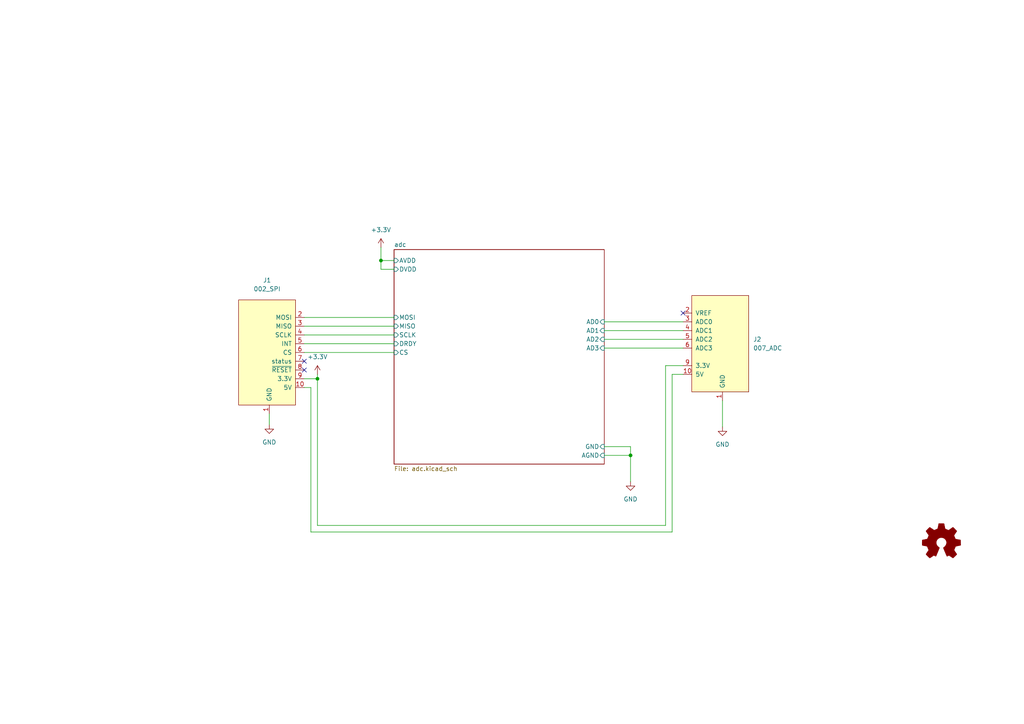
<source format=kicad_sch>
(kicad_sch (version 20211123) (generator eeschema)

  (uuid 57732dd3-1162-4c3f-88bd-31bf473d124d)

  (paper "A4")

  (lib_symbols
    (symbol "Graphic:Logo_Open_Hardware_Small" (pin_names (offset 1.016)) (in_bom yes) (on_board yes)
      (property "Reference" "#LOGO" (id 0) (at 0 6.985 0)
        (effects (font (size 1.27 1.27)) hide)
      )
      (property "Value" "Logo_Open_Hardware_Small" (id 1) (at 0 -5.715 0)
        (effects (font (size 1.27 1.27)) hide)
      )
      (property "Footprint" "" (id 2) (at 0 0 0)
        (effects (font (size 1.27 1.27)) hide)
      )
      (property "Datasheet" "~" (id 3) (at 0 0 0)
        (effects (font (size 1.27 1.27)) hide)
      )
      (property "ki_keywords" "Logo" (id 4) (at 0 0 0)
        (effects (font (size 1.27 1.27)) hide)
      )
      (property "ki_description" "Open Hardware logo, small" (id 5) (at 0 0 0)
        (effects (font (size 1.27 1.27)) hide)
      )
      (symbol "Logo_Open_Hardware_Small_0_1"
        (polyline
          (pts
            (xy 3.3528 -4.3434)
            (xy 3.302 -4.318)
            (xy 3.175 -4.2418)
            (xy 2.9972 -4.1148)
            (xy 2.7686 -3.9624)
            (xy 2.54 -3.81)
            (xy 2.3622 -3.7084)
            (xy 2.2352 -3.6068)
            (xy 2.1844 -3.5814)
            (xy 2.159 -3.6068)
            (xy 2.0574 -3.6576)
            (xy 1.905 -3.7338)
            (xy 1.8034 -3.7846)
            (xy 1.6764 -3.8354)
            (xy 1.6002 -3.8354)
            (xy 1.6002 -3.8354)
            (xy 1.5494 -3.7338)
            (xy 1.4732 -3.5306)
            (xy 1.3462 -3.302)
            (xy 1.2446 -3.0226)
            (xy 1.1176 -2.7178)
            (xy 0.9652 -2.413)
            (xy 0.8636 -2.1082)
            (xy 0.7366 -1.8288)
            (xy 0.6604 -1.6256)
            (xy 0.6096 -1.4732)
            (xy 0.5842 -1.397)
            (xy 0.5842 -1.397)
            (xy 0.6604 -1.3208)
            (xy 0.7874 -1.2446)
            (xy 1.0414 -1.016)
            (xy 1.2954 -0.6858)
            (xy 1.4478 -0.3302)
            (xy 1.524 0.0762)
            (xy 1.4732 0.4572)
            (xy 1.3208 0.8128)
            (xy 1.0668 1.143)
            (xy 0.762 1.3716)
            (xy 0.4064 1.524)
            (xy 0 1.5748)
            (xy -0.381 1.5494)
            (xy -0.7366 1.397)
            (xy -1.0668 1.143)
            (xy -1.2192 0.9906)
            (xy -1.397 0.6604)
            (xy -1.524 0.3048)
            (xy -1.524 0.2286)
            (xy -1.4986 -0.1778)
            (xy -1.397 -0.5334)
            (xy -1.1938 -0.8636)
            (xy -0.9144 -1.143)
            (xy -0.8636 -1.1684)
            (xy -0.7366 -1.27)
            (xy -0.635 -1.3462)
            (xy -0.5842 -1.397)
            (xy -1.0668 -2.5908)
            (xy -1.143 -2.794)
            (xy -1.2954 -3.1242)
            (xy -1.397 -3.4036)
            (xy -1.4986 -3.6322)
            (xy -1.5748 -3.7846)
            (xy -1.6002 -3.8354)
            (xy -1.6002 -3.8354)
            (xy -1.651 -3.8354)
            (xy -1.7272 -3.81)
            (xy -1.905 -3.7338)
            (xy -2.0066 -3.683)
            (xy -2.1336 -3.6068)
            (xy -2.2098 -3.5814)
            (xy -2.2606 -3.6068)
            (xy -2.3622 -3.683)
            (xy -2.54 -3.81)
            (xy -2.7686 -3.9624)
            (xy -2.9718 -4.0894)
            (xy -3.1496 -4.2164)
            (xy -3.302 -4.318)
            (xy -3.3528 -4.3434)
            (xy -3.3782 -4.3434)
            (xy -3.429 -4.318)
            (xy -3.5306 -4.2164)
            (xy -3.7084 -4.064)
            (xy -3.937 -3.8354)
            (xy -3.9624 -3.81)
            (xy -4.1656 -3.6068)
            (xy -4.318 -3.4544)
            (xy -4.4196 -3.3274)
            (xy -4.445 -3.2766)
            (xy -4.445 -3.2766)
            (xy -4.4196 -3.2258)
            (xy -4.318 -3.0734)
            (xy -4.2164 -2.8956)
            (xy -4.064 -2.667)
            (xy -3.6576 -2.0828)
            (xy -3.8862 -1.5494)
            (xy -3.937 -1.3716)
            (xy -4.0386 -1.1684)
            (xy -4.0894 -1.0414)
            (xy -4.1148 -0.9652)
            (xy -4.191 -0.9398)
            (xy -4.318 -0.9144)
            (xy -4.5466 -0.8636)
            (xy -4.8006 -0.8128)
            (xy -5.0546 -0.7874)
            (xy -5.2578 -0.7366)
            (xy -5.4356 -0.7112)
            (xy -5.5118 -0.6858)
            (xy -5.5118 -0.6858)
            (xy -5.5372 -0.635)
            (xy -5.5372 -0.5588)
            (xy -5.5372 -0.4318)
            (xy -5.5626 -0.2286)
            (xy -5.5626 0.0762)
            (xy -5.5626 0.127)
            (xy -5.5372 0.4064)
            (xy -5.5372 0.635)
            (xy -5.5372 0.762)
            (xy -5.5372 0.8382)
            (xy -5.5372 0.8382)
            (xy -5.461 0.8382)
            (xy -5.3086 0.889)
            (xy -5.08 0.9144)
            (xy -4.826 0.9652)
            (xy -4.8006 0.9906)
            (xy -4.5466 1.0414)
            (xy -4.318 1.0668)
            (xy -4.1656 1.1176)
            (xy -4.0894 1.143)
            (xy -4.0894 1.143)
            (xy -4.0386 1.2446)
            (xy -3.9624 1.4224)
            (xy -3.8608 1.6256)
            (xy -3.7846 1.8288)
            (xy -3.7084 2.0066)
            (xy -3.6576 2.159)
            (xy -3.6322 2.2098)
            (xy -3.6322 2.2098)
            (xy -3.683 2.286)
            (xy -3.7592 2.413)
            (xy -3.8862 2.5908)
            (xy -4.064 2.8194)
            (xy -4.064 2.8448)
            (xy -4.2164 3.0734)
            (xy -4.3434 3.2512)
            (xy -4.4196 3.3782)
            (xy -4.445 3.4544)
            (xy -4.445 3.4544)
            (xy -4.3942 3.5052)
            (xy -4.2926 3.6322)
            (xy -4.1148 3.81)
            (xy -3.937 4.0132)
            (xy -3.8608 4.064)
            (xy -3.6576 4.2926)
            (xy -3.5052 4.4196)
            (xy -3.4036 4.4958)
            (xy -3.3528 4.5212)
            (xy -3.3528 4.5212)
            (xy -3.302 4.4704)
            (xy -3.1496 4.3688)
            (xy -2.9718 4.2418)
            (xy -2.7432 4.0894)
            (xy -2.7178 4.0894)
            (xy -2.4892 3.937)
            (xy -2.3114 3.81)
            (xy -2.1844 3.7084)
            (xy -2.1336 3.683)
            (xy -2.1082 3.683)
            (xy -2.032 3.7084)
            (xy -1.8542 3.7592)
            (xy -1.6764 3.8354)
            (xy -1.4732 3.937)
            (xy -1.27 4.0132)
            (xy -1.143 4.064)
            (xy -1.0668 4.1148)
            (xy -1.0668 4.1148)
            (xy -1.0414 4.191)
            (xy -1.016 4.3434)
            (xy -0.9652 4.572)
            (xy -0.9144 4.8514)
            (xy -0.889 4.9022)
            (xy -0.8382 5.1562)
            (xy -0.8128 5.3848)
            (xy -0.7874 5.5372)
            (xy -0.762 5.588)
            (xy -0.7112 5.6134)
            (xy -0.5842 5.6134)
            (xy -0.4064 5.6134)
            (xy -0.1524 5.6134)
            (xy 0.0762 5.6134)
            (xy 0.3302 5.6134)
            (xy 0.5334 5.6134)
            (xy 0.6858 5.588)
            (xy 0.7366 5.588)
            (xy 0.7366 5.588)
            (xy 0.762 5.5118)
            (xy 0.8128 5.334)
            (xy 0.8382 5.1054)
            (xy 0.9144 4.826)
            (xy 0.9144 4.7752)
            (xy 0.9652 4.5212)
            (xy 1.016 4.2926)
            (xy 1.0414 4.1402)
            (xy 1.0668 4.0894)
            (xy 1.0668 4.0894)
            (xy 1.1938 4.0386)
            (xy 1.3716 3.9624)
            (xy 1.5748 3.8608)
            (xy 2.0828 3.6576)
            (xy 2.7178 4.0894)
            (xy 2.7686 4.1402)
            (xy 2.9972 4.2926)
            (xy 3.175 4.4196)
            (xy 3.302 4.4958)
            (xy 3.3782 4.5212)
            (xy 3.3782 4.5212)
            (xy 3.429 4.4704)
            (xy 3.556 4.3434)
            (xy 3.7338 4.191)
            (xy 3.9116 3.9878)
            (xy 4.064 3.8354)
            (xy 4.2418 3.6576)
            (xy 4.3434 3.556)
            (xy 4.4196 3.4798)
            (xy 4.4196 3.429)
            (xy 4.4196 3.4036)
            (xy 4.3942 3.3274)
            (xy 4.2926 3.2004)
            (xy 4.1656 2.9972)
            (xy 4.0132 2.794)
            (xy 3.8862 2.5908)
            (xy 3.7592 2.3876)
            (xy 3.6576 2.2352)
            (xy 3.6322 2.159)
            (xy 3.6322 2.1336)
            (xy 3.683 2.0066)
            (xy 3.7592 1.8288)
            (xy 3.8608 1.6002)
            (xy 4.064 1.1176)
            (xy 4.3942 1.0414)
            (xy 4.5974 1.016)
            (xy 4.8768 0.9652)
            (xy 5.1308 0.9144)
            (xy 5.5372 0.8382)
            (xy 5.5626 -0.6604)
            (xy 5.4864 -0.6858)
            (xy 5.4356 -0.6858)
            (xy 5.2832 -0.7366)
            (xy 5.0546 -0.762)
            (xy 4.8006 -0.8128)
            (xy 4.5974 -0.8636)
            (xy 4.3688 -0.9144)
            (xy 4.2164 -0.9398)
            (xy 4.1402 -0.9398)
            (xy 4.1148 -0.9652)
            (xy 4.064 -1.0668)
            (xy 3.9878 -1.2446)
            (xy 3.9116 -1.4478)
            (xy 3.81 -1.651)
            (xy 3.7338 -1.8542)
            (xy 3.683 -2.0066)
            (xy 3.6576 -2.0828)
            (xy 3.683 -2.1336)
            (xy 3.7846 -2.2606)
            (xy 3.8862 -2.4638)
            (xy 4.0386 -2.667)
            (xy 4.191 -2.8956)
            (xy 4.318 -3.0734)
            (xy 4.3942 -3.2004)
            (xy 4.445 -3.2766)
            (xy 4.4196 -3.3274)
            (xy 4.3434 -3.429)
            (xy 4.1656 -3.5814)
            (xy 3.937 -3.8354)
            (xy 3.8862 -3.8608)
            (xy 3.683 -4.064)
            (xy 3.5306 -4.2164)
            (xy 3.4036 -4.318)
            (xy 3.3528 -4.3434)
          )
          (stroke (width 0) (type default) (color 0 0 0 0))
          (fill (type outline))
        )
      )
    )
    (symbol "power:+3.3V" (power) (pin_names (offset 0)) (in_bom yes) (on_board yes)
      (property "Reference" "#PWR" (id 0) (at 0 -3.81 0)
        (effects (font (size 1.27 1.27)) hide)
      )
      (property "Value" "+3.3V" (id 1) (at 0 3.556 0)
        (effects (font (size 1.27 1.27)))
      )
      (property "Footprint" "" (id 2) (at 0 0 0)
        (effects (font (size 1.27 1.27)) hide)
      )
      (property "Datasheet" "" (id 3) (at 0 0 0)
        (effects (font (size 1.27 1.27)) hide)
      )
      (property "ki_keywords" "power-flag" (id 4) (at 0 0 0)
        (effects (font (size 1.27 1.27)) hide)
      )
      (property "ki_description" "Power symbol creates a global label with name \"+3.3V\"" (id 5) (at 0 0 0)
        (effects (font (size 1.27 1.27)) hide)
      )
      (symbol "+3.3V_0_1"
        (polyline
          (pts
            (xy -0.762 1.27)
            (xy 0 2.54)
          )
          (stroke (width 0) (type default) (color 0 0 0 0))
          (fill (type none))
        )
        (polyline
          (pts
            (xy 0 0)
            (xy 0 2.54)
          )
          (stroke (width 0) (type default) (color 0 0 0 0))
          (fill (type none))
        )
        (polyline
          (pts
            (xy 0 2.54)
            (xy 0.762 1.27)
          )
          (stroke (width 0) (type default) (color 0 0 0 0))
          (fill (type none))
        )
      )
      (symbol "+3.3V_1_1"
        (pin power_in line (at 0 0 90) (length 0) hide
          (name "+3.3V" (effects (font (size 1.27 1.27))))
          (number "1" (effects (font (size 1.27 1.27))))
        )
      )
    )
    (symbol "power:GND" (power) (pin_names (offset 0)) (in_bom yes) (on_board yes)
      (property "Reference" "#PWR" (id 0) (at 0 -6.35 0)
        (effects (font (size 1.27 1.27)) hide)
      )
      (property "Value" "GND" (id 1) (at 0 -3.81 0)
        (effects (font (size 1.27 1.27)))
      )
      (property "Footprint" "" (id 2) (at 0 0 0)
        (effects (font (size 1.27 1.27)) hide)
      )
      (property "Datasheet" "" (id 3) (at 0 0 0)
        (effects (font (size 1.27 1.27)) hide)
      )
      (property "ki_keywords" "power-flag" (id 4) (at 0 0 0)
        (effects (font (size 1.27 1.27)) hide)
      )
      (property "ki_description" "Power symbol creates a global label with name \"GND\" , ground" (id 5) (at 0 0 0)
        (effects (font (size 1.27 1.27)) hide)
      )
      (symbol "GND_0_1"
        (polyline
          (pts
            (xy 0 0)
            (xy 0 -1.27)
            (xy 1.27 -1.27)
            (xy 0 -2.54)
            (xy -1.27 -1.27)
            (xy 0 -1.27)
          )
          (stroke (width 0) (type default) (color 0 0 0 0))
          (fill (type none))
        )
      )
      (symbol "GND_1_1"
        (pin power_in line (at 0 0 270) (length 0) hide
          (name "GND" (effects (font (size 1.27 1.27))))
          (number "1" (effects (font (size 1.27 1.27))))
        )
      )
    )
    (symbol "put_on_edge:002_SPI" (pin_names (offset 1.016)) (in_bom yes) (on_board yes)
      (property "Reference" "J" (id 0) (at -1.27 13.97 0)
        (effects (font (size 1.27 1.27)))
      )
      (property "Value" "002_SPI" (id 1) (at 10.16 13.97 0)
        (effects (font (size 1.27 1.27)))
      )
      (property "Footprint" "" (id 2) (at 8.89 16.51 0)
        (effects (font (size 1.27 1.27)) hide)
      )
      (property "Datasheet" "" (id 3) (at 8.89 16.51 0)
        (effects (font (size 1.27 1.27)) hide)
      )
      (symbol "002_SPI_0_1"
        (rectangle (start -7.62 12.7) (end 8.89 -17.78)
          (stroke (width 0) (type default) (color 0 0 0 0))
          (fill (type background))
        )
      )
      (symbol "002_SPI_1_1"
        (pin power_in line (at 0 -20.32 90) (length 2.54)
          (name "GND" (effects (font (size 1.27 1.27))))
          (number "1" (effects (font (size 1.27 1.27))))
        )
        (pin power_in line (at -10.16 -12.7 0) (length 2.54)
          (name "5V" (effects (font (size 1.27 1.27))))
          (number "10" (effects (font (size 1.27 1.27))))
        )
        (pin bidirectional line (at -10.16 7.62 0) (length 2.54)
          (name "MOSI" (effects (font (size 1.27 1.27))))
          (number "2" (effects (font (size 1.27 1.27))))
        )
        (pin bidirectional line (at -10.16 5.08 0) (length 2.54)
          (name "MISO" (effects (font (size 1.27 1.27))))
          (number "3" (effects (font (size 1.27 1.27))))
        )
        (pin bidirectional line (at -10.16 2.54 0) (length 2.54)
          (name "SCLK" (effects (font (size 1.27 1.27))))
          (number "4" (effects (font (size 1.27 1.27))))
        )
        (pin bidirectional line (at -10.16 0 0) (length 2.54)
          (name "INT" (effects (font (size 1.27 1.27))))
          (number "5" (effects (font (size 1.27 1.27))))
        )
        (pin bidirectional line (at -10.16 -2.54 0) (length 2.54)
          (name "CS" (effects (font (size 1.27 1.27))))
          (number "6" (effects (font (size 1.27 1.27))))
        )
        (pin bidirectional line (at -10.16 -5.08 0) (length 2.54)
          (name "status" (effects (font (size 1.27 1.27))))
          (number "7" (effects (font (size 1.27 1.27))))
        )
        (pin bidirectional line (at -10.16 -7.62 0) (length 2.54)
          (name "~{RESET}" (effects (font (size 1.27 1.27))))
          (number "8" (effects (font (size 1.27 1.27))))
        )
        (pin power_in line (at -10.16 -10.16 0) (length 2.54)
          (name "3.3V" (effects (font (size 1.27 1.27))))
          (number "9" (effects (font (size 1.27 1.27))))
        )
      )
    )
    (symbol "put_on_edge:007_ADC" (pin_names (offset 1.016)) (in_bom yes) (on_board yes)
      (property "Reference" "J" (id 0) (at -2.54 13.97 0)
        (effects (font (size 1.27 1.27)))
      )
      (property "Value" "007_ADC" (id 1) (at 8.89 13.97 0)
        (effects (font (size 1.27 1.27)))
      )
      (property "Footprint" "" (id 2) (at 7.62 16.51 0)
        (effects (font (size 1.27 1.27)) hide)
      )
      (property "Datasheet" "" (id 3) (at 7.62 16.51 0)
        (effects (font (size 1.27 1.27)) hide)
      )
      (symbol "007_ADC_0_1"
        (rectangle (start -8.89 12.7) (end 7.62 -15.24)
          (stroke (width 0) (type default) (color 0 0 0 0))
          (fill (type background))
        )
      )
      (symbol "007_ADC_1_1"
        (pin power_in line (at 0 -17.78 90) (length 2.54)
          (name "GND" (effects (font (size 1.27 1.27))))
          (number "1" (effects (font (size 1.27 1.27))))
        )
        (pin bidirectional line (at -11.43 -10.16 0) (length 2.54)
          (name "5V" (effects (font (size 1.27 1.27))))
          (number "10" (effects (font (size 1.27 1.27))))
        )
        (pin bidirectional line (at -11.43 7.62 0) (length 2.54)
          (name "VREF" (effects (font (size 1.27 1.27))))
          (number "2" (effects (font (size 1.27 1.27))))
        )
        (pin power_in line (at -11.43 5.08 0) (length 2.54)
          (name "ADC0" (effects (font (size 1.27 1.27))))
          (number "3" (effects (font (size 1.27 1.27))))
        )
        (pin bidirectional line (at -11.43 2.54 0) (length 2.54)
          (name "ADC1" (effects (font (size 1.27 1.27))))
          (number "4" (effects (font (size 1.27 1.27))))
        )
        (pin bidirectional line (at -11.43 0 0) (length 2.54)
          (name "ADC2" (effects (font (size 1.27 1.27))))
          (number "5" (effects (font (size 1.27 1.27))))
        )
        (pin bidirectional line (at -11.43 -2.54 0) (length 2.54)
          (name "ADC3" (effects (font (size 1.27 1.27))))
          (number "6" (effects (font (size 1.27 1.27))))
        )
        (pin bidirectional line (at -11.43 -7.62 0) (length 2.54)
          (name "3.3V" (effects (font (size 1.27 1.27))))
          (number "9" (effects (font (size 1.27 1.27))))
        )
      )
    )
  )

  (junction (at 182.88 132.08) (diameter 0) (color 0 0 0 0)
    (uuid a9f42a53-7b4e-4ca2-b693-3994119dc93c)
  )
  (junction (at 92.075 109.855) (diameter 0) (color 0 0 0 0)
    (uuid bf52bfc3-43d9-448d-9b87-4accba166c25)
  )
  (junction (at 110.49 75.565) (diameter 0) (color 0 0 0 0)
    (uuid f1b9514e-a010-4b35-a2e9-e321cbb30d06)
  )

  (no_connect (at 88.265 104.775) (uuid 7383c6fe-9f3f-4edb-acb1-aa94a7e30ab5))
  (no_connect (at 88.265 107.315) (uuid 7383c6fe-9f3f-4edb-acb1-aa94a7e30ab5))
  (no_connect (at 198.12 90.805) (uuid b09c4af6-748f-44d7-a15d-6ae21bb9aa5a))

  (wire (pts (xy 110.49 78.105) (xy 114.3 78.105))
    (stroke (width 0) (type default) (color 0 0 0 0))
    (uuid 08f0f856-c1e8-472b-aee4-0fb9f6bb68c6)
  )
  (wire (pts (xy 198.12 106.045) (xy 193.04 106.045))
    (stroke (width 0) (type default) (color 0 0 0 0))
    (uuid 0a14e5b0-f962-4a2a-b507-725ab7bb2bf6)
  )
  (wire (pts (xy 92.075 152.4) (xy 92.075 109.855))
    (stroke (width 0) (type default) (color 0 0 0 0))
    (uuid 15e214ec-aa5f-407a-9d68-de7406b9569a)
  )
  (wire (pts (xy 88.265 92.075) (xy 114.3 92.075))
    (stroke (width 0) (type default) (color 0 0 0 0))
    (uuid 1ff70429-d0fa-426d-8fbf-23036c751aed)
  )
  (wire (pts (xy 90.17 112.395) (xy 90.17 154.305))
    (stroke (width 0) (type default) (color 0 0 0 0))
    (uuid 2794679d-55dc-4454-8a7d-56c28df4f755)
  )
  (wire (pts (xy 90.17 154.305) (xy 194.945 154.305))
    (stroke (width 0) (type default) (color 0 0 0 0))
    (uuid 32adf59e-773e-4edd-9ba7-c1d7045e8ae2)
  )
  (wire (pts (xy 88.265 97.155) (xy 114.3 97.155))
    (stroke (width 0) (type default) (color 0 0 0 0))
    (uuid 39a73732-0626-44cf-9a91-f407b44d4645)
  )
  (wire (pts (xy 182.88 129.54) (xy 182.88 132.08))
    (stroke (width 0) (type default) (color 0 0 0 0))
    (uuid 5a1fc14d-1d6f-444c-82b2-77ce3f0eeb3f)
  )
  (wire (pts (xy 88.265 94.615) (xy 114.3 94.615))
    (stroke (width 0) (type default) (color 0 0 0 0))
    (uuid 65f0781f-a044-487d-8838-2398996aeba5)
  )
  (wire (pts (xy 175.26 100.965) (xy 198.12 100.965))
    (stroke (width 0) (type default) (color 0 0 0 0))
    (uuid 67246d93-0d55-4894-86d7-9a739f90e430)
  )
  (wire (pts (xy 88.265 112.395) (xy 90.17 112.395))
    (stroke (width 0) (type default) (color 0 0 0 0))
    (uuid 6afec59b-71ef-4cf4-9b7a-9ea427fe54cf)
  )
  (wire (pts (xy 88.265 102.235) (xy 114.3 102.235))
    (stroke (width 0) (type default) (color 0 0 0 0))
    (uuid 6f9cdb61-b151-46ae-bfbb-869b581bfb93)
  )
  (wire (pts (xy 92.075 109.855) (xy 88.265 109.855))
    (stroke (width 0) (type default) (color 0 0 0 0))
    (uuid 87757647-014e-44e5-b59e-7c80132e5b86)
  )
  (wire (pts (xy 209.55 116.205) (xy 209.55 123.825))
    (stroke (width 0) (type default) (color 0 0 0 0))
    (uuid 8834057a-df08-44a5-9c26-c29f4807e0b5)
  )
  (wire (pts (xy 175.26 132.08) (xy 182.88 132.08))
    (stroke (width 0) (type default) (color 0 0 0 0))
    (uuid 89980ae8-d796-4180-93b6-2e47100f98a6)
  )
  (wire (pts (xy 110.49 71.755) (xy 110.49 75.565))
    (stroke (width 0) (type default) (color 0 0 0 0))
    (uuid 9eef63ab-0f2b-4927-855f-89ebdccafb72)
  )
  (wire (pts (xy 193.04 106.045) (xy 193.04 152.4))
    (stroke (width 0) (type default) (color 0 0 0 0))
    (uuid a0041f0e-e46d-425d-b1eb-727dc86be085)
  )
  (wire (pts (xy 110.49 75.565) (xy 110.49 78.105))
    (stroke (width 0) (type default) (color 0 0 0 0))
    (uuid a51524dc-d662-43b3-bb34-13a4ea840fe1)
  )
  (wire (pts (xy 175.26 93.345) (xy 198.12 93.345))
    (stroke (width 0) (type default) (color 0 0 0 0))
    (uuid a88bf030-4621-4a2f-85b2-4f13ed01f3ef)
  )
  (wire (pts (xy 175.26 98.425) (xy 198.12 98.425))
    (stroke (width 0) (type default) (color 0 0 0 0))
    (uuid ae62b51a-7bf1-4ce0-8c1f-9b745de69e0a)
  )
  (wire (pts (xy 194.945 108.585) (xy 198.12 108.585))
    (stroke (width 0) (type default) (color 0 0 0 0))
    (uuid b3a2182b-be7c-49d1-954c-a5bb1a624182)
  )
  (wire (pts (xy 175.26 129.54) (xy 182.88 129.54))
    (stroke (width 0) (type default) (color 0 0 0 0))
    (uuid b5f50e6e-6728-4454-96f5-44e0bc388ce5)
  )
  (wire (pts (xy 78.105 120.015) (xy 78.105 123.19))
    (stroke (width 0) (type default) (color 0 0 0 0))
    (uuid c98ba635-215a-4517-a601-9da3c24bad15)
  )
  (wire (pts (xy 92.075 108.585) (xy 92.075 109.855))
    (stroke (width 0) (type default) (color 0 0 0 0))
    (uuid cb66ffed-77e0-4c3a-b180-0b5883161ccd)
  )
  (wire (pts (xy 110.49 75.565) (xy 114.3 75.565))
    (stroke (width 0) (type default) (color 0 0 0 0))
    (uuid cc2fdbb0-d8dd-48c6-84a8-4ce5bbeae728)
  )
  (wire (pts (xy 88.265 99.695) (xy 114.3 99.695))
    (stroke (width 0) (type default) (color 0 0 0 0))
    (uuid d3b14e35-9ed2-4a11-ad98-7298b7795234)
  )
  (wire (pts (xy 194.945 154.305) (xy 194.945 108.585))
    (stroke (width 0) (type default) (color 0 0 0 0))
    (uuid d43ea643-5b56-4e16-ab80-d95ec2f24836)
  )
  (wire (pts (xy 193.04 152.4) (xy 92.075 152.4))
    (stroke (width 0) (type default) (color 0 0 0 0))
    (uuid d5ce2ad1-f91a-470f-bef9-de90bb6dc5d4)
  )
  (wire (pts (xy 175.26 95.885) (xy 198.12 95.885))
    (stroke (width 0) (type default) (color 0 0 0 0))
    (uuid ddbee412-aa79-45d4-83fa-b254e7b634c7)
  )
  (wire (pts (xy 182.88 132.08) (xy 182.88 139.7))
    (stroke (width 0) (type default) (color 0 0 0 0))
    (uuid e9eb31bf-73a7-4b5e-8e4d-e4411b142797)
  )

  (symbol (lib_id "put_on_edge:002_SPI") (at 78.105 99.695 0) (mirror y) (unit 1)
    (in_bom yes) (on_board yes) (fields_autoplaced)
    (uuid 0d3b2b8b-669d-4fd2-87c8-c26ae236c93f)
    (property "Reference" "J1" (id 0) (at 77.47 81.28 0))
    (property "Value" "002_SPI" (id 1) (at 77.47 83.82 0))
    (property "Footprint" "on_edge:on_edge_2x05_device" (id 2) (at 69.215 83.185 0)
      (effects (font (size 1.27 1.27)) hide)
    )
    (property "Datasheet" "" (id 3) (at 69.215 83.185 0)
      (effects (font (size 1.27 1.27)) hide)
    )
    (pin "1" (uuid 85ccd54c-9684-4fa8-a07f-a6d339b4555c))
    (pin "10" (uuid bc745005-f5bf-410b-b90c-7c4b33d6f972))
    (pin "2" (uuid 49bb2c0a-0b01-4e19-b774-07114ae2b955))
    (pin "3" (uuid b125a8d9-90ef-4fde-8596-d8d33a318b73))
    (pin "4" (uuid 7b396420-bba9-44a8-a9eb-9881cc13ab4c))
    (pin "5" (uuid 8d5b8836-fa1d-43e3-83d0-3140d284c146))
    (pin "6" (uuid eac75b27-d8b3-44d6-8ce5-075dc716ad00))
    (pin "7" (uuid bdbfe15c-d323-4c58-b5f5-39bd76ff0d1c))
    (pin "8" (uuid 3ded1dc9-15ea-4163-8f2f-202bffc5d6db))
    (pin "9" (uuid b0d163c2-7d7f-47a0-9108-e51d8aeb7016))
  )

  (symbol (lib_id "power:GND") (at 209.55 123.825 0) (unit 1)
    (in_bom yes) (on_board yes) (fields_autoplaced)
    (uuid 46e44184-025d-41f5-a7c1-290077ad961a)
    (property "Reference" "#PWR0101" (id 0) (at 209.55 130.175 0)
      (effects (font (size 1.27 1.27)) hide)
    )
    (property "Value" "GND" (id 1) (at 209.55 128.905 0))
    (property "Footprint" "" (id 2) (at 209.55 123.825 0)
      (effects (font (size 1.27 1.27)) hide)
    )
    (property "Datasheet" "" (id 3) (at 209.55 123.825 0)
      (effects (font (size 1.27 1.27)) hide)
    )
    (pin "1" (uuid f8bea232-691d-40c2-8fff-a0c5529d13e2))
  )

  (symbol (lib_id "power:GND") (at 78.105 123.19 0) (unit 1)
    (in_bom yes) (on_board yes) (fields_autoplaced)
    (uuid 88bbca55-62f2-4c78-820a-047a3b74de11)
    (property "Reference" "#PWR0103" (id 0) (at 78.105 129.54 0)
      (effects (font (size 1.27 1.27)) hide)
    )
    (property "Value" "GND" (id 1) (at 78.105 128.27 0))
    (property "Footprint" "" (id 2) (at 78.105 123.19 0)
      (effects (font (size 1.27 1.27)) hide)
    )
    (property "Datasheet" "" (id 3) (at 78.105 123.19 0)
      (effects (font (size 1.27 1.27)) hide)
    )
    (pin "1" (uuid 3f089e57-7392-415d-842d-afb3eb8ef514))
  )

  (symbol (lib_id "power:+3.3V") (at 92.075 108.585 0) (unit 1)
    (in_bom yes) (on_board yes) (fields_autoplaced)
    (uuid 8b1140c1-854c-4e80-b595-73ede9c9d798)
    (property "Reference" "#PWR0104" (id 0) (at 92.075 112.395 0)
      (effects (font (size 1.27 1.27)) hide)
    )
    (property "Value" "+3.3V" (id 1) (at 92.075 103.505 0))
    (property "Footprint" "" (id 2) (at 92.075 108.585 0)
      (effects (font (size 1.27 1.27)) hide)
    )
    (property "Datasheet" "" (id 3) (at 92.075 108.585 0)
      (effects (font (size 1.27 1.27)) hide)
    )
    (pin "1" (uuid 770c030e-882c-4100-bcc7-3ba89d761e58))
  )

  (symbol (lib_id "power:GND") (at 182.88 139.7 0) (unit 1)
    (in_bom yes) (on_board yes) (fields_autoplaced)
    (uuid 971afa99-5d33-4a72-a8e1-edd3c45138ed)
    (property "Reference" "#PWR0102" (id 0) (at 182.88 146.05 0)
      (effects (font (size 1.27 1.27)) hide)
    )
    (property "Value" "GND" (id 1) (at 182.88 144.78 0))
    (property "Footprint" "" (id 2) (at 182.88 139.7 0)
      (effects (font (size 1.27 1.27)) hide)
    )
    (property "Datasheet" "" (id 3) (at 182.88 139.7 0)
      (effects (font (size 1.27 1.27)) hide)
    )
    (pin "1" (uuid 0e12e353-ffd6-4e27-8957-653e209f57b0))
  )

  (symbol (lib_id "Graphic:Logo_Open_Hardware_Small") (at 273.05 157.48 0) (unit 1)
    (in_bom yes) (on_board yes) (fields_autoplaced)
    (uuid b72b6f4a-7489-40f2-bb90-d75ae01aa368)
    (property "Reference" "LOGO1" (id 0) (at 273.05 150.495 0)
      (effects (font (size 1.27 1.27)) hide)
    )
    (property "Value" "Logo_Open_Hardware_Small" (id 1) (at 273.05 163.195 0)
      (effects (font (size 1.27 1.27)) hide)
    )
    (property "Footprint" "Symbol:OSHW-Symbol_6.7x6mm_SilkScreen" (id 2) (at 273.05 157.48 0)
      (effects (font (size 1.27 1.27)) hide)
    )
    (property "Datasheet" "~" (id 3) (at 273.05 157.48 0)
      (effects (font (size 1.27 1.27)) hide)
    )
  )

  (symbol (lib_id "power:+3.3V") (at 110.49 71.755 0) (unit 1)
    (in_bom yes) (on_board yes) (fields_autoplaced)
    (uuid df506928-daa6-42de-a3d4-6927142b0085)
    (property "Reference" "#PWR0105" (id 0) (at 110.49 75.565 0)
      (effects (font (size 1.27 1.27)) hide)
    )
    (property "Value" "+3.3V" (id 1) (at 110.49 66.675 0))
    (property "Footprint" "" (id 2) (at 110.49 71.755 0)
      (effects (font (size 1.27 1.27)) hide)
    )
    (property "Datasheet" "" (id 3) (at 110.49 71.755 0)
      (effects (font (size 1.27 1.27)) hide)
    )
    (pin "1" (uuid 0be3d302-b8fd-4063-abc7-901c9fe956fa))
  )

  (symbol (lib_id "put_on_edge:007_ADC") (at 209.55 98.425 0) (unit 1)
    (in_bom yes) (on_board yes) (fields_autoplaced)
    (uuid f4460fa6-d79c-4336-8f8d-4010d06b2310)
    (property "Reference" "J2" (id 0) (at 218.44 98.4249 0)
      (effects (font (size 1.27 1.27)) (justify left))
    )
    (property "Value" "007_ADC" (id 1) (at 218.44 100.9649 0)
      (effects (font (size 1.27 1.27)) (justify left))
    )
    (property "Footprint" "on_edge:on_edge_2x05_host" (id 2) (at 217.17 81.915 0)
      (effects (font (size 1.27 1.27)) hide)
    )
    (property "Datasheet" "" (id 3) (at 217.17 81.915 0)
      (effects (font (size 1.27 1.27)) hide)
    )
    (pin "1" (uuid 32a446c3-52e4-42b9-b20f-631c324860af))
    (pin "10" (uuid 8ef470c5-d3a2-41d5-97b8-a6e2e4309a14))
    (pin "2" (uuid ec8941d8-037d-4fd7-9032-d796e42d9ee6))
    (pin "3" (uuid 1e4df6f6-3669-4170-815d-67c72e81e1ec))
    (pin "4" (uuid 520df961-6229-42d7-9688-c91abf604cca))
    (pin "5" (uuid ebbf77b7-1cc7-4474-b0be-8a63856e35cf))
    (pin "6" (uuid cdf38755-c0dc-4016-aba8-d620c6a8284e))
    (pin "9" (uuid 24c717d5-42f3-4143-8f82-3826ec12c839))
  )

  (sheet (at 114.3 72.39) (size 60.96 62.23) (fields_autoplaced)
    (stroke (width 0.1524) (type solid) (color 0 0 0 0))
    (fill (color 0 0 0 0.0000))
    (uuid 767ce4c6-0e55-4543-92f0-34cb8237a544)
    (property "Sheet name" "adc" (id 0) (at 114.3 71.6784 0)
      (effects (font (size 1.27 1.27)) (justify left bottom))
    )
    (property "Sheet file" "adc.kicad_sch" (id 1) (at 114.3 135.2046 0)
      (effects (font (size 1.27 1.27)) (justify left top))
    )
    (pin "GND" input (at 175.26 129.54 0)
      (effects (font (size 1.27 1.27)) (justify right))
      (uuid 466cf29f-04d2-4303-aa26-8ec28548d2f2)
    )
    (pin "AD1" input (at 175.26 95.885 0)
      (effects (font (size 1.27 1.27)) (justify right))
      (uuid c5f5f364-f8e2-4516-9847-1c339fb07d9d)
    )
    (pin "AD3" input (at 175.26 100.965 0)
      (effects (font (size 1.27 1.27)) (justify right))
      (uuid 3574bdbb-8e84-429c-866f-edfff94995ed)
    )
    (pin "AD2" input (at 175.26 98.425 0)
      (effects (font (size 1.27 1.27)) (justify right))
      (uuid b9210c96-fe0a-429f-89cb-4926e54320a3)
    )
    (pin "AD0" input (at 175.26 93.345 0)
      (effects (font (size 1.27 1.27)) (justify right))
      (uuid 722e6154-4d69-4484-be20-3cccf962407a)
    )
    (pin "AGND" input (at 175.26 132.08 0)
      (effects (font (size 1.27 1.27)) (justify right))
      (uuid adff0046-f026-4b6a-a262-4b02042dafa5)
    )
    (pin "SCLK" input (at 114.3 97.155 180)
      (effects (font (size 1.27 1.27)) (justify left))
      (uuid 6dad802e-e54e-4245-86fb-236e25355d4d)
    )
    (pin "CS" input (at 114.3 102.235 180)
      (effects (font (size 1.27 1.27)) (justify left))
      (uuid ae8a65d2-fbb0-4731-88cc-cd05d6a82e37)
    )
    (pin "MOSI" input (at 114.3 92.075 180)
      (effects (font (size 1.27 1.27)) (justify left))
      (uuid e51dabd5-1428-409d-b1e7-a8674ea5709f)
    )
    (pin "AVDD" input (at 114.3 75.565 180)
      (effects (font (size 1.27 1.27)) (justify left))
      (uuid 2377423d-fd49-43a7-bb9c-569b719fc588)
    )
    (pin "DVDD" input (at 114.3 78.105 180)
      (effects (font (size 1.27 1.27)) (justify left))
      (uuid 6ff9a705-4ff6-4aac-8c3e-5b81390af082)
    )
    (pin "MISO" input (at 114.3 94.615 180)
      (effects (font (size 1.27 1.27)) (justify left))
      (uuid 6dd47e2d-da26-4f70-85a7-83d9100b8795)
    )
    (pin "DRDY" input (at 114.3 99.695 180)
      (effects (font (size 1.27 1.27)) (justify left))
      (uuid 8f8ce756-4707-4975-9cb7-3f08352c27cf)
    )
  )

  (sheet_instances
    (path "/" (page "1"))
    (path "/767ce4c6-0e55-4543-92f0-34cb8237a544" (page "2"))
  )

  (symbol_instances
    (path "/46e44184-025d-41f5-a7c1-290077ad961a"
      (reference "#PWR0101") (unit 1) (value "GND") (footprint "")
    )
    (path "/971afa99-5d33-4a72-a8e1-edd3c45138ed"
      (reference "#PWR0102") (unit 1) (value "GND") (footprint "")
    )
    (path "/88bbca55-62f2-4c78-820a-047a3b74de11"
      (reference "#PWR0103") (unit 1) (value "GND") (footprint "")
    )
    (path "/8b1140c1-854c-4e80-b595-73ede9c9d798"
      (reference "#PWR0104") (unit 1) (value "+3.3V") (footprint "")
    )
    (path "/df506928-daa6-42de-a3d4-6927142b0085"
      (reference "#PWR0105") (unit 1) (value "+3.3V") (footprint "")
    )
    (path "/767ce4c6-0e55-4543-92f0-34cb8237a544/9c2cbde9-2cce-476f-bdc6-e418b4a38ba3"
      (reference "C1") (unit 1) (value "100nF") (footprint "Capacitor_SMD:C_0603_1608Metric")
    )
    (path "/767ce4c6-0e55-4543-92f0-34cb8237a544/e82b14de-4973-4cf6-85fc-5879ad6b7718"
      (reference "C2") (unit 1) (value "100nF") (footprint "Capacitor_SMD:C_0603_1608Metric")
    )
    (path "/0d3b2b8b-669d-4fd2-87c8-c26ae236c93f"
      (reference "J1") (unit 1) (value "002_SPI") (footprint "on_edge:on_edge_2x05_device")
    )
    (path "/f4460fa6-d79c-4336-8f8d-4010d06b2310"
      (reference "J2") (unit 1) (value "007_ADC") (footprint "on_edge:on_edge_2x05_host")
    )
    (path "/b72b6f4a-7489-40f2-bb90-d75ae01aa368"
      (reference "LOGO1") (unit 1) (value "Logo_Open_Hardware_Small") (footprint "Symbol:OSHW-Symbol_6.7x6mm_SilkScreen")
    )
    (path "/767ce4c6-0e55-4543-92f0-34cb8237a544/684a5169-a6eb-4a7e-a50f-b1f433742bd0"
      (reference "U1") (unit 1) (value "ADS1120IRVAR") (footprint "QFN50P350X350X100-17N")
    )
  )
)

</source>
